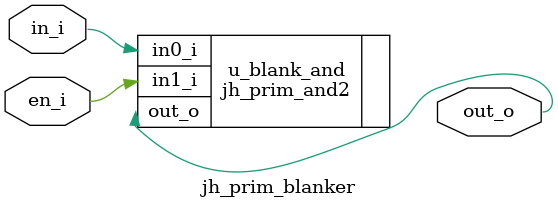
<source format=sv>

module jh_prim_blanker #(
  parameter int Width = 1
) (
  input  logic [Width-1:0] in_i,
  input  logic             en_i,
  output logic [Width-1:0] out_o
);
  jh_prim_and2 #(.Width(Width)) u_blank_and (
    .in0_i(in_i),
    .in1_i({Width{en_i}}),
    .out_o
  );
endmodule

</source>
